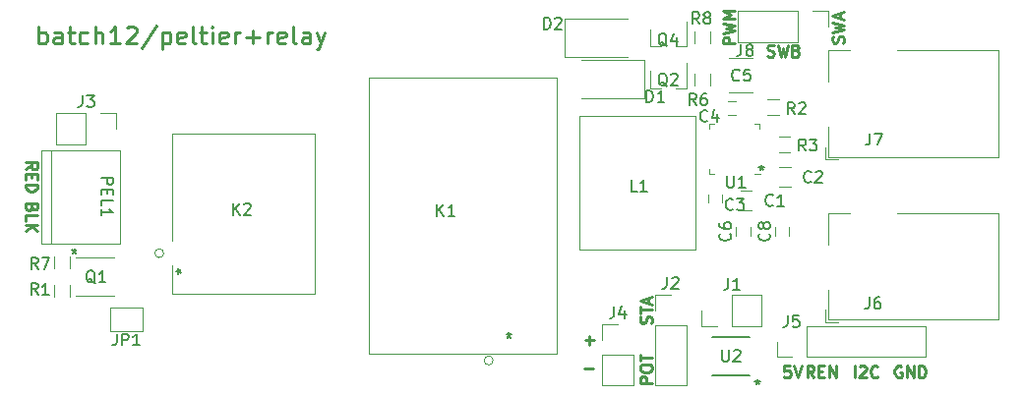
<source format=gto>
G04 #@! TF.GenerationSoftware,KiCad,Pcbnew,(5.1.6-0-10_14)*
G04 #@! TF.CreationDate,2021-10-29T19:35:58+09:00*
G04 #@! TF.ProjectId,peltier+relay,70656c74-6965-4722-9b72-656c61792e6b,rev?*
G04 #@! TF.SameCoordinates,Original*
G04 #@! TF.FileFunction,Legend,Top*
G04 #@! TF.FilePolarity,Positive*
%FSLAX46Y46*%
G04 Gerber Fmt 4.6, Leading zero omitted, Abs format (unit mm)*
G04 Created by KiCad (PCBNEW (5.1.6-0-10_14)) date 2021-10-29 19:35:58*
%MOMM*%
%LPD*%
G01*
G04 APERTURE LIST*
%ADD10C,0.250000*%
%ADD11C,0.120000*%
%ADD12C,0.152400*%
%ADD13C,0.150000*%
G04 APERTURE END LIST*
D10*
X101149999Y-84818571D02*
X101149999Y-83318571D01*
X101149999Y-83890000D02*
X101292857Y-83818571D01*
X101578571Y-83818571D01*
X101721428Y-83890000D01*
X101792857Y-83961428D01*
X101864285Y-84104285D01*
X101864285Y-84532857D01*
X101792857Y-84675714D01*
X101721428Y-84747142D01*
X101578571Y-84818571D01*
X101292857Y-84818571D01*
X101149999Y-84747142D01*
X103149999Y-84818571D02*
X103149999Y-84032857D01*
X103078571Y-83890000D01*
X102935714Y-83818571D01*
X102649999Y-83818571D01*
X102507142Y-83890000D01*
X103149999Y-84747142D02*
X103007142Y-84818571D01*
X102649999Y-84818571D01*
X102507142Y-84747142D01*
X102435714Y-84604285D01*
X102435714Y-84461428D01*
X102507142Y-84318571D01*
X102649999Y-84247142D01*
X103007142Y-84247142D01*
X103149999Y-84175714D01*
X103649999Y-83818571D02*
X104221428Y-83818571D01*
X103864285Y-83318571D02*
X103864285Y-84604285D01*
X103935714Y-84747142D01*
X104078571Y-84818571D01*
X104221428Y-84818571D01*
X105364285Y-84747142D02*
X105221428Y-84818571D01*
X104935714Y-84818571D01*
X104792857Y-84747142D01*
X104721428Y-84675714D01*
X104649999Y-84532857D01*
X104649999Y-84104285D01*
X104721428Y-83961428D01*
X104792857Y-83890000D01*
X104935714Y-83818571D01*
X105221428Y-83818571D01*
X105364285Y-83890000D01*
X106007142Y-84818571D02*
X106007142Y-83318571D01*
X106649999Y-84818571D02*
X106649999Y-84032857D01*
X106578571Y-83890000D01*
X106435714Y-83818571D01*
X106221428Y-83818571D01*
X106078571Y-83890000D01*
X106007142Y-83961428D01*
X108149999Y-84818571D02*
X107292857Y-84818571D01*
X107721428Y-84818571D02*
X107721428Y-83318571D01*
X107578571Y-83532857D01*
X107435714Y-83675714D01*
X107292857Y-83747142D01*
X108721428Y-83461428D02*
X108792857Y-83390000D01*
X108935714Y-83318571D01*
X109292857Y-83318571D01*
X109435714Y-83390000D01*
X109507142Y-83461428D01*
X109578571Y-83604285D01*
X109578571Y-83747142D01*
X109507142Y-83961428D01*
X108649999Y-84818571D01*
X109578571Y-84818571D01*
X111292857Y-83247142D02*
X110007142Y-85175714D01*
X111792857Y-83818571D02*
X111792857Y-85318571D01*
X111792857Y-83890000D02*
X111935714Y-83818571D01*
X112221428Y-83818571D01*
X112364285Y-83890000D01*
X112435714Y-83961428D01*
X112507142Y-84104285D01*
X112507142Y-84532857D01*
X112435714Y-84675714D01*
X112364285Y-84747142D01*
X112221428Y-84818571D01*
X111935714Y-84818571D01*
X111792857Y-84747142D01*
X113721428Y-84747142D02*
X113578571Y-84818571D01*
X113292857Y-84818571D01*
X113149999Y-84747142D01*
X113078571Y-84604285D01*
X113078571Y-84032857D01*
X113149999Y-83890000D01*
X113292857Y-83818571D01*
X113578571Y-83818571D01*
X113721428Y-83890000D01*
X113792857Y-84032857D01*
X113792857Y-84175714D01*
X113078571Y-84318571D01*
X114649999Y-84818571D02*
X114507142Y-84747142D01*
X114435714Y-84604285D01*
X114435714Y-83318571D01*
X115007142Y-83818571D02*
X115578571Y-83818571D01*
X115221428Y-83318571D02*
X115221428Y-84604285D01*
X115292857Y-84747142D01*
X115435714Y-84818571D01*
X115578571Y-84818571D01*
X116078571Y-84818571D02*
X116078571Y-83818571D01*
X116078571Y-83318571D02*
X116007142Y-83390000D01*
X116078571Y-83461428D01*
X116149999Y-83390000D01*
X116078571Y-83318571D01*
X116078571Y-83461428D01*
X117364285Y-84747142D02*
X117221428Y-84818571D01*
X116935714Y-84818571D01*
X116792857Y-84747142D01*
X116721428Y-84604285D01*
X116721428Y-84032857D01*
X116792857Y-83890000D01*
X116935714Y-83818571D01*
X117221428Y-83818571D01*
X117364285Y-83890000D01*
X117435714Y-84032857D01*
X117435714Y-84175714D01*
X116721428Y-84318571D01*
X118078571Y-84818571D02*
X118078571Y-83818571D01*
X118078571Y-84104285D02*
X118149999Y-83961428D01*
X118221428Y-83890000D01*
X118364285Y-83818571D01*
X118507142Y-83818571D01*
X119007142Y-84247142D02*
X120149999Y-84247142D01*
X119578571Y-84818571D02*
X119578571Y-83675714D01*
X120864285Y-84818571D02*
X120864285Y-83818571D01*
X120864285Y-84104285D02*
X120935714Y-83961428D01*
X121007142Y-83890000D01*
X121149999Y-83818571D01*
X121292857Y-83818571D01*
X122364285Y-84747142D02*
X122221428Y-84818571D01*
X121935714Y-84818571D01*
X121792857Y-84747142D01*
X121721428Y-84604285D01*
X121721428Y-84032857D01*
X121792857Y-83890000D01*
X121935714Y-83818571D01*
X122221428Y-83818571D01*
X122364285Y-83890000D01*
X122435714Y-84032857D01*
X122435714Y-84175714D01*
X121721428Y-84318571D01*
X123292857Y-84818571D02*
X123150000Y-84747142D01*
X123078571Y-84604285D01*
X123078571Y-83318571D01*
X124507142Y-84818571D02*
X124507142Y-84032857D01*
X124435714Y-83890000D01*
X124292857Y-83818571D01*
X124007142Y-83818571D01*
X123864285Y-83890000D01*
X124507142Y-84747142D02*
X124364285Y-84818571D01*
X124007142Y-84818571D01*
X123864285Y-84747142D01*
X123792857Y-84604285D01*
X123792857Y-84461428D01*
X123864285Y-84318571D01*
X124007142Y-84247142D01*
X124364285Y-84247142D01*
X124507142Y-84175714D01*
X125078571Y-83818571D02*
X125435714Y-84818571D01*
X125792857Y-83818571D02*
X125435714Y-84818571D01*
X125292857Y-85175714D01*
X125221428Y-85247142D01*
X125078571Y-85318571D01*
X148880952Y-112818571D02*
X148119047Y-112818571D01*
X148571428Y-110730952D02*
X148571428Y-109969047D01*
X148952380Y-110350000D02*
X148190476Y-110350000D01*
X100571428Y-98936666D02*
X100523809Y-99079523D01*
X100476190Y-99127142D01*
X100380952Y-99174761D01*
X100238095Y-99174761D01*
X100142857Y-99127142D01*
X100095238Y-99079523D01*
X100047619Y-98984285D01*
X100047619Y-98603333D01*
X101047619Y-98603333D01*
X101047619Y-98936666D01*
X101000000Y-99031904D01*
X100952380Y-99079523D01*
X100857142Y-99127142D01*
X100761904Y-99127142D01*
X100666666Y-99079523D01*
X100619047Y-99031904D01*
X100571428Y-98936666D01*
X100571428Y-98603333D01*
X100047619Y-100079523D02*
X100047619Y-99603333D01*
X101047619Y-99603333D01*
X100047619Y-100412857D02*
X101047619Y-100412857D01*
X100047619Y-100984285D02*
X100619047Y-100555714D01*
X101047619Y-100984285D02*
X100476190Y-100412857D01*
X100047619Y-95627142D02*
X100523809Y-95293809D01*
X100047619Y-95055714D02*
X101047619Y-95055714D01*
X101047619Y-95436666D01*
X101000000Y-95531904D01*
X100952380Y-95579523D01*
X100857142Y-95627142D01*
X100714285Y-95627142D01*
X100619047Y-95579523D01*
X100571428Y-95531904D01*
X100523809Y-95436666D01*
X100523809Y-95055714D01*
X100571428Y-96055714D02*
X100571428Y-96389047D01*
X100047619Y-96531904D02*
X100047619Y-96055714D01*
X101047619Y-96055714D01*
X101047619Y-96531904D01*
X100047619Y-96960476D02*
X101047619Y-96960476D01*
X101047619Y-97198571D01*
X101000000Y-97341428D01*
X100904761Y-97436666D01*
X100809523Y-97484285D01*
X100619047Y-97531904D01*
X100476190Y-97531904D01*
X100285714Y-97484285D01*
X100190476Y-97436666D01*
X100095238Y-97341428D01*
X100047619Y-97198571D01*
X100047619Y-96960476D01*
X170404761Y-84745714D02*
X170452380Y-84602857D01*
X170452380Y-84364761D01*
X170404761Y-84269523D01*
X170357142Y-84221904D01*
X170261904Y-84174285D01*
X170166666Y-84174285D01*
X170071428Y-84221904D01*
X170023809Y-84269523D01*
X169976190Y-84364761D01*
X169928571Y-84555238D01*
X169880952Y-84650476D01*
X169833333Y-84698095D01*
X169738095Y-84745714D01*
X169642857Y-84745714D01*
X169547619Y-84698095D01*
X169500000Y-84650476D01*
X169452380Y-84555238D01*
X169452380Y-84317142D01*
X169500000Y-84174285D01*
X169452380Y-83840952D02*
X170452380Y-83602857D01*
X169738095Y-83412380D01*
X170452380Y-83221904D01*
X169452380Y-82983809D01*
X170166666Y-82650476D02*
X170166666Y-82174285D01*
X170452380Y-82745714D02*
X169452380Y-82412380D01*
X170452380Y-82079047D01*
X163872867Y-85884761D02*
X164015724Y-85932380D01*
X164253819Y-85932380D01*
X164349057Y-85884761D01*
X164396676Y-85837142D01*
X164444295Y-85741904D01*
X164444295Y-85646666D01*
X164396676Y-85551428D01*
X164349057Y-85503809D01*
X164253819Y-85456190D01*
X164063343Y-85408571D01*
X163968105Y-85360952D01*
X163920486Y-85313333D01*
X163872867Y-85218095D01*
X163872867Y-85122857D01*
X163920486Y-85027619D01*
X163968105Y-84980000D01*
X164063343Y-84932380D01*
X164301438Y-84932380D01*
X164444295Y-84980000D01*
X164777629Y-84932380D02*
X165015724Y-85932380D01*
X165206200Y-85218095D01*
X165396676Y-85932380D01*
X165634771Y-84932380D01*
X166349057Y-85408571D02*
X166491914Y-85456190D01*
X166539533Y-85503809D01*
X166587152Y-85599047D01*
X166587152Y-85741904D01*
X166539533Y-85837142D01*
X166491914Y-85884761D01*
X166396676Y-85932380D01*
X166015724Y-85932380D01*
X166015724Y-84932380D01*
X166349057Y-84932380D01*
X166444295Y-84980000D01*
X166491914Y-85027619D01*
X166539533Y-85122857D01*
X166539533Y-85218095D01*
X166491914Y-85313333D01*
X166444295Y-85360952D01*
X166349057Y-85408571D01*
X166015724Y-85408571D01*
X161052380Y-84814761D02*
X160052380Y-84814761D01*
X160052380Y-84433809D01*
X160100000Y-84338571D01*
X160147619Y-84290952D01*
X160242857Y-84243333D01*
X160385714Y-84243333D01*
X160480952Y-84290952D01*
X160528571Y-84338571D01*
X160576190Y-84433809D01*
X160576190Y-84814761D01*
X160052380Y-83910000D02*
X161052380Y-83671904D01*
X160338095Y-83481428D01*
X161052380Y-83290952D01*
X160052380Y-83052857D01*
X161052380Y-82671904D02*
X160052380Y-82671904D01*
X160766666Y-82338571D01*
X160052380Y-82005238D01*
X161052380Y-82005238D01*
X153884761Y-108905238D02*
X153932380Y-108762380D01*
X153932380Y-108524285D01*
X153884761Y-108429047D01*
X153837142Y-108381428D01*
X153741904Y-108333809D01*
X153646666Y-108333809D01*
X153551428Y-108381428D01*
X153503809Y-108429047D01*
X153456190Y-108524285D01*
X153408571Y-108714761D01*
X153360952Y-108810000D01*
X153313333Y-108857619D01*
X153218095Y-108905238D01*
X153122857Y-108905238D01*
X153027619Y-108857619D01*
X152980000Y-108810000D01*
X152932380Y-108714761D01*
X152932380Y-108476666D01*
X152980000Y-108333809D01*
X152932380Y-108048095D02*
X152932380Y-107476666D01*
X153932380Y-107762380D02*
X152932380Y-107762380D01*
X153646666Y-107190952D02*
X153646666Y-106714761D01*
X153932380Y-107286190D02*
X152932380Y-106952857D01*
X153932380Y-106619523D01*
X153932380Y-114056666D02*
X152932380Y-114056666D01*
X152932380Y-113675714D01*
X152980000Y-113580476D01*
X153027619Y-113532857D01*
X153122857Y-113485238D01*
X153265714Y-113485238D01*
X153360952Y-113532857D01*
X153408571Y-113580476D01*
X153456190Y-113675714D01*
X153456190Y-114056666D01*
X152932380Y-112866190D02*
X152932380Y-112675714D01*
X152980000Y-112580476D01*
X153075238Y-112485238D01*
X153265714Y-112437619D01*
X153599047Y-112437619D01*
X153789523Y-112485238D01*
X153884761Y-112580476D01*
X153932380Y-112675714D01*
X153932380Y-112866190D01*
X153884761Y-112961428D01*
X153789523Y-113056666D01*
X153599047Y-113104285D01*
X153265714Y-113104285D01*
X153075238Y-113056666D01*
X152980000Y-112961428D01*
X152932380Y-112866190D01*
X152932380Y-112151904D02*
X152932380Y-111580476D01*
X153932380Y-111866190D02*
X152932380Y-111866190D01*
X165809523Y-112572380D02*
X165333333Y-112572380D01*
X165285714Y-113048571D01*
X165333333Y-113000952D01*
X165428571Y-112953333D01*
X165666666Y-112953333D01*
X165761904Y-113000952D01*
X165809523Y-113048571D01*
X165857142Y-113143809D01*
X165857142Y-113381904D01*
X165809523Y-113477142D01*
X165761904Y-113524761D01*
X165666666Y-113572380D01*
X165428571Y-113572380D01*
X165333333Y-113524761D01*
X165285714Y-113477142D01*
X166142857Y-112572380D02*
X166476190Y-113572380D01*
X166809523Y-112572380D01*
X167873333Y-113572380D02*
X167540000Y-113096190D01*
X167301904Y-113572380D02*
X167301904Y-112572380D01*
X167682857Y-112572380D01*
X167778095Y-112620000D01*
X167825714Y-112667619D01*
X167873333Y-112762857D01*
X167873333Y-112905714D01*
X167825714Y-113000952D01*
X167778095Y-113048571D01*
X167682857Y-113096190D01*
X167301904Y-113096190D01*
X168301904Y-113048571D02*
X168635238Y-113048571D01*
X168778095Y-113572380D02*
X168301904Y-113572380D01*
X168301904Y-112572380D01*
X168778095Y-112572380D01*
X169206666Y-113572380D02*
X169206666Y-112572380D01*
X169778095Y-113572380D01*
X169778095Y-112572380D01*
X171373809Y-113572380D02*
X171373809Y-112572380D01*
X171802380Y-112667619D02*
X171850000Y-112620000D01*
X171945238Y-112572380D01*
X172183333Y-112572380D01*
X172278571Y-112620000D01*
X172326190Y-112667619D01*
X172373809Y-112762857D01*
X172373809Y-112858095D01*
X172326190Y-113000952D01*
X171754761Y-113572380D01*
X172373809Y-113572380D01*
X173373809Y-113477142D02*
X173326190Y-113524761D01*
X173183333Y-113572380D01*
X173088095Y-113572380D01*
X172945238Y-113524761D01*
X172850000Y-113429523D01*
X172802380Y-113334285D01*
X172754761Y-113143809D01*
X172754761Y-113000952D01*
X172802380Y-112810476D01*
X172850000Y-112715238D01*
X172945238Y-112620000D01*
X173088095Y-112572380D01*
X173183333Y-112572380D01*
X173326190Y-112620000D01*
X173373809Y-112667619D01*
X175398095Y-112620000D02*
X175302857Y-112572380D01*
X175160000Y-112572380D01*
X175017142Y-112620000D01*
X174921904Y-112715238D01*
X174874285Y-112810476D01*
X174826666Y-113000952D01*
X174826666Y-113143809D01*
X174874285Y-113334285D01*
X174921904Y-113429523D01*
X175017142Y-113524761D01*
X175160000Y-113572380D01*
X175255238Y-113572380D01*
X175398095Y-113524761D01*
X175445714Y-113477142D01*
X175445714Y-113143809D01*
X175255238Y-113143809D01*
X175874285Y-113572380D02*
X175874285Y-112572380D01*
X176445714Y-113572380D01*
X176445714Y-112572380D01*
X176921904Y-113572380D02*
X176921904Y-112572380D01*
X177160000Y-112572380D01*
X177302857Y-112620000D01*
X177398095Y-112715238D01*
X177445714Y-112810476D01*
X177493333Y-113000952D01*
X177493333Y-113143809D01*
X177445714Y-113334285D01*
X177398095Y-113429523D01*
X177302857Y-113524761D01*
X177160000Y-113572380D01*
X176921904Y-113572380D01*
D11*
X164670000Y-111830000D02*
X164670000Y-110500000D01*
X166000000Y-111830000D02*
X164670000Y-111830000D01*
X167270000Y-111830000D02*
X167270000Y-109170000D01*
X167270000Y-109170000D02*
X177490000Y-109170000D01*
X167270000Y-111830000D02*
X177490000Y-111830000D01*
X177490000Y-111830000D02*
X177490000Y-109170000D01*
X153260000Y-89540000D02*
X153260000Y-86240000D01*
X153260000Y-86240000D02*
X147860000Y-86240000D01*
X153260000Y-89540000D02*
X147860000Y-89540000D01*
X146460000Y-82640000D02*
X151860000Y-82640000D01*
X146460000Y-85940000D02*
X151860000Y-85940000D01*
X146460000Y-82640000D02*
X146460000Y-85940000D01*
X102250000Y-102020000D02*
X102250000Y-94020000D01*
X101350000Y-94020000D02*
X108150000Y-94020000D01*
X101350000Y-102020000D02*
X101350000Y-94020000D01*
X108150000Y-102020000D02*
X101350000Y-102020000D01*
X108150000Y-94020000D02*
X108150000Y-102020000D01*
X158180000Y-109140000D02*
X158180000Y-107810000D01*
X159510000Y-109140000D02*
X158180000Y-109140000D01*
X160780000Y-109140000D02*
X160780000Y-106480000D01*
X160780000Y-106480000D02*
X163380000Y-106480000D01*
X160780000Y-109140000D02*
X163380000Y-109140000D01*
X163380000Y-109140000D02*
X163380000Y-106480000D01*
X154230000Y-106480000D02*
X155560000Y-106480000D01*
X154230000Y-107810000D02*
X154230000Y-106480000D01*
X154230000Y-109080000D02*
X156890000Y-109080000D01*
X156890000Y-109080000D02*
X156890000Y-114220000D01*
X154230000Y-109080000D02*
X154230000Y-114220000D01*
X154230000Y-114220000D02*
X156890000Y-114220000D01*
X168900000Y-107750000D02*
X168900000Y-108800000D01*
X169950000Y-108800000D02*
X168900000Y-108800000D01*
X175000000Y-99400000D02*
X183800000Y-99400000D01*
X183800000Y-99400000D02*
X183800000Y-108600000D01*
X169100000Y-102100000D02*
X169100000Y-99400000D01*
X169100000Y-99400000D02*
X171000000Y-99400000D01*
X183800000Y-108600000D02*
X169100000Y-108600000D01*
X169100000Y-108600000D02*
X169100000Y-106000000D01*
X169100000Y-94600000D02*
X169100000Y-92000000D01*
X183800000Y-94600000D02*
X169100000Y-94600000D01*
X169100000Y-85400000D02*
X171000000Y-85400000D01*
X169100000Y-88100000D02*
X169100000Y-85400000D01*
X183800000Y-85400000D02*
X183800000Y-94600000D01*
X175000000Y-85400000D02*
X183800000Y-85400000D01*
X169950000Y-94800000D02*
X168900000Y-94800000D01*
X168900000Y-93750000D02*
X168900000Y-94800000D01*
X145780000Y-87710000D02*
X129580000Y-87710000D01*
X129580000Y-111510000D02*
X129580000Y-87710000D01*
X145780000Y-111510000D02*
X145780000Y-87710000D01*
X129580000Y-111510000D02*
X145780000Y-111510000D01*
X140260499Y-112110000D02*
G75*
G03*
X140260499Y-112110000I-381000J0D01*
G01*
X124947399Y-106391499D02*
X124947399Y-92548499D01*
X124947399Y-92548499D02*
X112603000Y-92548499D01*
X112603000Y-92548499D02*
X112603000Y-101820679D01*
X112603000Y-106391499D02*
X124947399Y-106391499D01*
X112603000Y-103919320D02*
X112603000Y-106391499D01*
X111911000Y-102869499D02*
G75*
G03*
X111911000Y-102869499I-381000J0D01*
G01*
X157670000Y-91070000D02*
X157670000Y-102570000D01*
X157670000Y-102570000D02*
X147670000Y-102570000D01*
X147670000Y-102570000D02*
X147670000Y-91070000D01*
X147670000Y-91070000D02*
X157670000Y-91070000D01*
X104370000Y-106570000D02*
X107670000Y-106570000D01*
X107670000Y-103270000D02*
X104370000Y-103270000D01*
X153790000Y-88650000D02*
X154720000Y-88650000D01*
X156950000Y-88650000D02*
X156020000Y-88650000D01*
X156950000Y-88650000D02*
X156950000Y-86490000D01*
X153790000Y-88650000D02*
X153790000Y-87190000D01*
X153790000Y-85050000D02*
X153790000Y-83590000D01*
X156950000Y-85050000D02*
X156950000Y-82890000D01*
X156950000Y-85050000D02*
X156020000Y-85050000D01*
X153790000Y-85050000D02*
X154720000Y-85050000D01*
X162790000Y-96010000D02*
X163265000Y-96010000D01*
X163190000Y-91710000D02*
X163190000Y-92110000D01*
X162790000Y-91710000D02*
X163190000Y-91710000D01*
X158890000Y-91710000D02*
X158890000Y-92110000D01*
X159290000Y-91710000D02*
X158890000Y-91710000D01*
X158890000Y-96010000D02*
X158890000Y-95610000D01*
X159290000Y-96010000D02*
X158890000Y-96010000D01*
D12*
X159113000Y-113367000D02*
X162367000Y-113367000D01*
X162367000Y-110113000D02*
X159113000Y-110113000D01*
D11*
X149670000Y-109020000D02*
X151000000Y-109020000D01*
X149670000Y-110350000D02*
X149670000Y-109020000D01*
X149670000Y-111620000D02*
X152330000Y-111620000D01*
X152330000Y-111620000D02*
X152330000Y-114220000D01*
X149670000Y-111620000D02*
X149670000Y-114220000D01*
X149670000Y-114220000D02*
X152330000Y-114220000D01*
X169100010Y-82000008D02*
X169100010Y-83330008D01*
X167770010Y-82000008D02*
X169100010Y-82000008D01*
X166500010Y-82000008D02*
X166500010Y-84660008D01*
X166500010Y-84660008D02*
X161360010Y-84660008D01*
X166500010Y-82000008D02*
X161360010Y-82000008D01*
X161360010Y-82000008D02*
X161360010Y-84660008D01*
X161550000Y-99150000D02*
X162550000Y-99150000D01*
X162550000Y-97450000D02*
X161550000Y-97450000D01*
X165900000Y-95450000D02*
X164900000Y-95450000D01*
X164900000Y-97150000D02*
X165900000Y-97150000D01*
X158790000Y-98510000D02*
X158790000Y-97810000D01*
X159990000Y-97810000D02*
X159990000Y-98510000D01*
X160490000Y-89760000D02*
X161190000Y-89760000D01*
X161190000Y-90960000D02*
X160490000Y-90960000D01*
X162590000Y-86030000D02*
X160590000Y-86030000D01*
X160590000Y-88990000D02*
X162590000Y-88990000D01*
X103810000Y-105640000D02*
X103810000Y-106640000D01*
X102450000Y-106640000D02*
X102450000Y-105640000D01*
X163840000Y-89630000D02*
X164840000Y-89630000D01*
X164840000Y-90990000D02*
X163840000Y-90990000D01*
X165840000Y-94190000D02*
X164840000Y-94190000D01*
X164840000Y-92830000D02*
X165840000Y-92830000D01*
X158920000Y-87390000D02*
X158920000Y-88390000D01*
X157560000Y-88390000D02*
X157560000Y-87390000D01*
X103810000Y-103190000D02*
X103810000Y-104190000D01*
X102450000Y-104190000D02*
X102450000Y-103190000D01*
X158920000Y-83790000D02*
X158920000Y-84790000D01*
X157560000Y-84790000D02*
X157560000Y-83790000D01*
X107810000Y-90830000D02*
X107810000Y-92160000D01*
X106480000Y-90830000D02*
X107810000Y-90830000D01*
X105210000Y-90830000D02*
X105210000Y-93490000D01*
X105210000Y-93490000D02*
X102610000Y-93490000D01*
X105210000Y-90830000D02*
X102610000Y-90830000D01*
X102610000Y-90830000D02*
X102610000Y-93490000D01*
X161190000Y-101350000D02*
X161190000Y-100650000D01*
X162390000Y-100650000D02*
X162390000Y-101350000D01*
X165765001Y-100650000D02*
X165765001Y-101350000D01*
X164565001Y-101350000D02*
X164565001Y-100650000D01*
X110090000Y-109550000D02*
X107290000Y-109550000D01*
X107290000Y-109550000D02*
X107290000Y-107550000D01*
X107290000Y-107550000D02*
X110090000Y-107550000D01*
X110090000Y-107550000D02*
X110090000Y-109550000D01*
D13*
X165616666Y-108232380D02*
X165616666Y-108946666D01*
X165569047Y-109089523D01*
X165473809Y-109184761D01*
X165330952Y-109232380D01*
X165235714Y-109232380D01*
X166569047Y-108232380D02*
X166092857Y-108232380D01*
X166045238Y-108708571D01*
X166092857Y-108660952D01*
X166188095Y-108613333D01*
X166426190Y-108613333D01*
X166521428Y-108660952D01*
X166569047Y-108708571D01*
X166616666Y-108803809D01*
X166616666Y-109041904D01*
X166569047Y-109137142D01*
X166521428Y-109184761D01*
X166426190Y-109232380D01*
X166188095Y-109232380D01*
X166092857Y-109184761D01*
X166045238Y-109137142D01*
X153471904Y-89852380D02*
X153471904Y-88852380D01*
X153710000Y-88852380D01*
X153852857Y-88900000D01*
X153948095Y-88995238D01*
X153995714Y-89090476D01*
X154043333Y-89280952D01*
X154043333Y-89423809D01*
X153995714Y-89614285D01*
X153948095Y-89709523D01*
X153852857Y-89804761D01*
X153710000Y-89852380D01*
X153471904Y-89852380D01*
X154995714Y-89852380D02*
X154424285Y-89852380D01*
X154710000Y-89852380D02*
X154710000Y-88852380D01*
X154614761Y-88995238D01*
X154519523Y-89090476D01*
X154424285Y-89138095D01*
X144641904Y-83552380D02*
X144641904Y-82552380D01*
X144880000Y-82552380D01*
X145022857Y-82600000D01*
X145118095Y-82695238D01*
X145165714Y-82790476D01*
X145213333Y-82980952D01*
X145213333Y-83123809D01*
X145165714Y-83314285D01*
X145118095Y-83409523D01*
X145022857Y-83504761D01*
X144880000Y-83552380D01*
X144641904Y-83552380D01*
X145594285Y-82647619D02*
X145641904Y-82600000D01*
X145737142Y-82552380D01*
X145975238Y-82552380D01*
X146070476Y-82600000D01*
X146118095Y-82647619D01*
X146165714Y-82742857D01*
X146165714Y-82838095D01*
X146118095Y-82980952D01*
X145546666Y-83552380D01*
X146165714Y-83552380D01*
X106547619Y-96384761D02*
X107547619Y-96384761D01*
X107547619Y-96765714D01*
X107500000Y-96860952D01*
X107452380Y-96908571D01*
X107357142Y-96956190D01*
X107214285Y-96956190D01*
X107119047Y-96908571D01*
X107071428Y-96860952D01*
X107023809Y-96765714D01*
X107023809Y-96384761D01*
X107071428Y-97384761D02*
X107071428Y-97718095D01*
X106547619Y-97860952D02*
X106547619Y-97384761D01*
X107547619Y-97384761D01*
X107547619Y-97860952D01*
X106547619Y-98765714D02*
X106547619Y-98289523D01*
X107547619Y-98289523D01*
X106547619Y-99622857D02*
X106547619Y-99051428D01*
X106547619Y-99337142D02*
X107547619Y-99337142D01*
X107404761Y-99241904D01*
X107309523Y-99146666D01*
X107261904Y-99051428D01*
X160506666Y-105002380D02*
X160506666Y-105716666D01*
X160459047Y-105859523D01*
X160363809Y-105954761D01*
X160220952Y-106002380D01*
X160125714Y-106002380D01*
X161506666Y-106002380D02*
X160935238Y-106002380D01*
X161220952Y-106002380D02*
X161220952Y-105002380D01*
X161125714Y-105145238D01*
X161030476Y-105240476D01*
X160935238Y-105288095D01*
X155226666Y-104932380D02*
X155226666Y-105646666D01*
X155179047Y-105789523D01*
X155083809Y-105884761D01*
X154940952Y-105932380D01*
X154845714Y-105932380D01*
X155655238Y-105027619D02*
X155702857Y-104980000D01*
X155798095Y-104932380D01*
X156036190Y-104932380D01*
X156131428Y-104980000D01*
X156179047Y-105027619D01*
X156226666Y-105122857D01*
X156226666Y-105218095D01*
X156179047Y-105360952D01*
X155607619Y-105932380D01*
X156226666Y-105932380D01*
X172626666Y-106662380D02*
X172626666Y-107376666D01*
X172579047Y-107519523D01*
X172483809Y-107614761D01*
X172340952Y-107662380D01*
X172245714Y-107662380D01*
X173531428Y-106662380D02*
X173340952Y-106662380D01*
X173245714Y-106710000D01*
X173198095Y-106757619D01*
X173102857Y-106900476D01*
X173055238Y-107090952D01*
X173055238Y-107471904D01*
X173102857Y-107567142D01*
X173150476Y-107614761D01*
X173245714Y-107662380D01*
X173436190Y-107662380D01*
X173531428Y-107614761D01*
X173579047Y-107567142D01*
X173626666Y-107471904D01*
X173626666Y-107233809D01*
X173579047Y-107138571D01*
X173531428Y-107090952D01*
X173436190Y-107043333D01*
X173245714Y-107043333D01*
X173150476Y-107090952D01*
X173102857Y-107138571D01*
X173055238Y-107233809D01*
X172696666Y-92532380D02*
X172696666Y-93246666D01*
X172649047Y-93389523D01*
X172553809Y-93484761D01*
X172410952Y-93532380D01*
X172315714Y-93532380D01*
X173077619Y-92532380D02*
X173744285Y-92532380D01*
X173315714Y-93532380D01*
X135441904Y-99662380D02*
X135441904Y-98662380D01*
X136013333Y-99662380D02*
X135584761Y-99090952D01*
X136013333Y-98662380D02*
X135441904Y-99233809D01*
X136965714Y-99662380D02*
X136394285Y-99662380D01*
X136680000Y-99662380D02*
X136680000Y-98662380D01*
X136584761Y-98805238D01*
X136489523Y-98900476D01*
X136394285Y-98948095D01*
X141630000Y-109712380D02*
X141630000Y-109950476D01*
X141391904Y-109855238D02*
X141630000Y-109950476D01*
X141868095Y-109855238D01*
X141487142Y-110140952D02*
X141630000Y-109950476D01*
X141772857Y-110140952D01*
X117891904Y-99572380D02*
X117891904Y-98572380D01*
X118463333Y-99572380D02*
X118034761Y-99000952D01*
X118463333Y-98572380D02*
X117891904Y-99143809D01*
X118844285Y-98667619D02*
X118891904Y-98620000D01*
X118987142Y-98572380D01*
X119225238Y-98572380D01*
X119320476Y-98620000D01*
X119368095Y-98667619D01*
X119415714Y-98762857D01*
X119415714Y-98858095D01*
X119368095Y-99000952D01*
X118796666Y-99572380D01*
X119415714Y-99572380D01*
X112982380Y-104420000D02*
X113220476Y-104420000D01*
X113125238Y-104658095D02*
X113220476Y-104420000D01*
X113125238Y-104181904D01*
X113410952Y-104562857D02*
X113220476Y-104420000D01*
X113410952Y-104277142D01*
X152653333Y-97542380D02*
X152177142Y-97542380D01*
X152177142Y-96542380D01*
X153510476Y-97542380D02*
X152939047Y-97542380D01*
X153224761Y-97542380D02*
X153224761Y-96542380D01*
X153129523Y-96685238D01*
X153034285Y-96780476D01*
X152939047Y-96828095D01*
X106004761Y-105467619D02*
X105909523Y-105420000D01*
X105814285Y-105324761D01*
X105671428Y-105181904D01*
X105576190Y-105134285D01*
X105480952Y-105134285D01*
X105528571Y-105372380D02*
X105433333Y-105324761D01*
X105338095Y-105229523D01*
X105290476Y-105039047D01*
X105290476Y-104705714D01*
X105338095Y-104515238D01*
X105433333Y-104420000D01*
X105528571Y-104372380D01*
X105719047Y-104372380D01*
X105814285Y-104420000D01*
X105909523Y-104515238D01*
X105957142Y-104705714D01*
X105957142Y-105039047D01*
X105909523Y-105229523D01*
X105814285Y-105324761D01*
X105719047Y-105372380D01*
X105528571Y-105372380D01*
X106909523Y-105372380D02*
X106338095Y-105372380D01*
X106623809Y-105372380D02*
X106623809Y-104372380D01*
X106528571Y-104515238D01*
X106433333Y-104610476D01*
X106338095Y-104658095D01*
X104230000Y-102452380D02*
X104230000Y-102690476D01*
X103991904Y-102595238D02*
X104230000Y-102690476D01*
X104468095Y-102595238D01*
X104087142Y-102880952D02*
X104230000Y-102690476D01*
X104372857Y-102880952D01*
X155244761Y-88487619D02*
X155149523Y-88440000D01*
X155054285Y-88344761D01*
X154911428Y-88201904D01*
X154816190Y-88154285D01*
X154720952Y-88154285D01*
X154768571Y-88392380D02*
X154673333Y-88344761D01*
X154578095Y-88249523D01*
X154530476Y-88059047D01*
X154530476Y-87725714D01*
X154578095Y-87535238D01*
X154673333Y-87440000D01*
X154768571Y-87392380D01*
X154959047Y-87392380D01*
X155054285Y-87440000D01*
X155149523Y-87535238D01*
X155197142Y-87725714D01*
X155197142Y-88059047D01*
X155149523Y-88249523D01*
X155054285Y-88344761D01*
X154959047Y-88392380D01*
X154768571Y-88392380D01*
X155578095Y-87487619D02*
X155625714Y-87440000D01*
X155720952Y-87392380D01*
X155959047Y-87392380D01*
X156054285Y-87440000D01*
X156101904Y-87487619D01*
X156149523Y-87582857D01*
X156149523Y-87678095D01*
X156101904Y-87820952D01*
X155530476Y-88392380D01*
X156149523Y-88392380D01*
X155224761Y-85037619D02*
X155129523Y-84990000D01*
X155034285Y-84894761D01*
X154891428Y-84751904D01*
X154796190Y-84704285D01*
X154700952Y-84704285D01*
X154748571Y-84942380D02*
X154653333Y-84894761D01*
X154558095Y-84799523D01*
X154510476Y-84609047D01*
X154510476Y-84275714D01*
X154558095Y-84085238D01*
X154653333Y-83990000D01*
X154748571Y-83942380D01*
X154939047Y-83942380D01*
X155034285Y-83990000D01*
X155129523Y-84085238D01*
X155177142Y-84275714D01*
X155177142Y-84609047D01*
X155129523Y-84799523D01*
X155034285Y-84894761D01*
X154939047Y-84942380D01*
X154748571Y-84942380D01*
X156034285Y-84275714D02*
X156034285Y-84942380D01*
X155796190Y-83894761D02*
X155558095Y-84609047D01*
X156177142Y-84609047D01*
X160398095Y-96212380D02*
X160398095Y-97021904D01*
X160445714Y-97117142D01*
X160493333Y-97164761D01*
X160588571Y-97212380D01*
X160779047Y-97212380D01*
X160874285Y-97164761D01*
X160921904Y-97117142D01*
X160969523Y-97021904D01*
X160969523Y-96212380D01*
X161969523Y-97212380D02*
X161398095Y-97212380D01*
X161683809Y-97212380D02*
X161683809Y-96212380D01*
X161588571Y-96355238D01*
X161493333Y-96450476D01*
X161398095Y-96498095D01*
X163380000Y-95292380D02*
X163380000Y-95530476D01*
X163141904Y-95435238D02*
X163380000Y-95530476D01*
X163618095Y-95435238D01*
X163237142Y-95720952D02*
X163380000Y-95530476D01*
X163522857Y-95720952D01*
X159978095Y-111192380D02*
X159978095Y-112001904D01*
X160025714Y-112097142D01*
X160073333Y-112144761D01*
X160168571Y-112192380D01*
X160359047Y-112192380D01*
X160454285Y-112144761D01*
X160501904Y-112097142D01*
X160549523Y-112001904D01*
X160549523Y-111192380D01*
X160978095Y-111287619D02*
X161025714Y-111240000D01*
X161120952Y-111192380D01*
X161359047Y-111192380D01*
X161454285Y-111240000D01*
X161501904Y-111287619D01*
X161549523Y-111382857D01*
X161549523Y-111478095D01*
X161501904Y-111620952D01*
X160930476Y-112192380D01*
X161549523Y-112192380D01*
X163037600Y-113767580D02*
X163037600Y-114005676D01*
X162799504Y-113910438D02*
X163037600Y-114005676D01*
X163275695Y-113910438D01*
X162894742Y-114196152D02*
X163037600Y-114005676D01*
X163180457Y-114196152D01*
X163037600Y-113767580D02*
X163037600Y-114005676D01*
X162799504Y-113910438D02*
X163037600Y-114005676D01*
X163275695Y-113910438D01*
X162894742Y-114196152D02*
X163037600Y-114005676D01*
X163180457Y-114196152D01*
X150666666Y-107472380D02*
X150666666Y-108186666D01*
X150619047Y-108329523D01*
X150523809Y-108424761D01*
X150380952Y-108472380D01*
X150285714Y-108472380D01*
X151571428Y-107805714D02*
X151571428Y-108472380D01*
X151333333Y-107424761D02*
X151095238Y-108139047D01*
X151714285Y-108139047D01*
X161616666Y-84872380D02*
X161616666Y-85586666D01*
X161569047Y-85729523D01*
X161473809Y-85824761D01*
X161330952Y-85872380D01*
X161235714Y-85872380D01*
X162235714Y-85300952D02*
X162140476Y-85253333D01*
X162092857Y-85205714D01*
X162045238Y-85110476D01*
X162045238Y-85062857D01*
X162092857Y-84967619D01*
X162140476Y-84920000D01*
X162235714Y-84872380D01*
X162426190Y-84872380D01*
X162521428Y-84920000D01*
X162569047Y-84967619D01*
X162616666Y-85062857D01*
X162616666Y-85110476D01*
X162569047Y-85205714D01*
X162521428Y-85253333D01*
X162426190Y-85300952D01*
X162235714Y-85300952D01*
X162140476Y-85348571D01*
X162092857Y-85396190D01*
X162045238Y-85491428D01*
X162045238Y-85681904D01*
X162092857Y-85777142D01*
X162140476Y-85824761D01*
X162235714Y-85872380D01*
X162426190Y-85872380D01*
X162521428Y-85824761D01*
X162569047Y-85777142D01*
X162616666Y-85681904D01*
X162616666Y-85491428D01*
X162569047Y-85396190D01*
X162521428Y-85348571D01*
X162426190Y-85300952D01*
X164343333Y-98717142D02*
X164295714Y-98764761D01*
X164152857Y-98812380D01*
X164057619Y-98812380D01*
X163914761Y-98764761D01*
X163819523Y-98669523D01*
X163771904Y-98574285D01*
X163724285Y-98383809D01*
X163724285Y-98240952D01*
X163771904Y-98050476D01*
X163819523Y-97955238D01*
X163914761Y-97860000D01*
X164057619Y-97812380D01*
X164152857Y-97812380D01*
X164295714Y-97860000D01*
X164343333Y-97907619D01*
X165295714Y-98812380D02*
X164724285Y-98812380D01*
X165010000Y-98812380D02*
X165010000Y-97812380D01*
X164914761Y-97955238D01*
X164819523Y-98050476D01*
X164724285Y-98098095D01*
X167633333Y-96697142D02*
X167585714Y-96744761D01*
X167442857Y-96792380D01*
X167347619Y-96792380D01*
X167204761Y-96744761D01*
X167109523Y-96649523D01*
X167061904Y-96554285D01*
X167014285Y-96363809D01*
X167014285Y-96220952D01*
X167061904Y-96030476D01*
X167109523Y-95935238D01*
X167204761Y-95840000D01*
X167347619Y-95792380D01*
X167442857Y-95792380D01*
X167585714Y-95840000D01*
X167633333Y-95887619D01*
X168014285Y-95887619D02*
X168061904Y-95840000D01*
X168157142Y-95792380D01*
X168395238Y-95792380D01*
X168490476Y-95840000D01*
X168538095Y-95887619D01*
X168585714Y-95982857D01*
X168585714Y-96078095D01*
X168538095Y-96220952D01*
X167966666Y-96792380D01*
X168585714Y-96792380D01*
X160893333Y-99057142D02*
X160845714Y-99104761D01*
X160702857Y-99152380D01*
X160607619Y-99152380D01*
X160464761Y-99104761D01*
X160369523Y-99009523D01*
X160321904Y-98914285D01*
X160274285Y-98723809D01*
X160274285Y-98580952D01*
X160321904Y-98390476D01*
X160369523Y-98295238D01*
X160464761Y-98200000D01*
X160607619Y-98152380D01*
X160702857Y-98152380D01*
X160845714Y-98200000D01*
X160893333Y-98247619D01*
X161226666Y-98152380D02*
X161845714Y-98152380D01*
X161512380Y-98533333D01*
X161655238Y-98533333D01*
X161750476Y-98580952D01*
X161798095Y-98628571D01*
X161845714Y-98723809D01*
X161845714Y-98961904D01*
X161798095Y-99057142D01*
X161750476Y-99104761D01*
X161655238Y-99152380D01*
X161369523Y-99152380D01*
X161274285Y-99104761D01*
X161226666Y-99057142D01*
X158713333Y-91437142D02*
X158665714Y-91484761D01*
X158522857Y-91532380D01*
X158427619Y-91532380D01*
X158284761Y-91484761D01*
X158189523Y-91389523D01*
X158141904Y-91294285D01*
X158094285Y-91103809D01*
X158094285Y-90960952D01*
X158141904Y-90770476D01*
X158189523Y-90675238D01*
X158284761Y-90580000D01*
X158427619Y-90532380D01*
X158522857Y-90532380D01*
X158665714Y-90580000D01*
X158713333Y-90627619D01*
X159570476Y-90865714D02*
X159570476Y-91532380D01*
X159332380Y-90484761D02*
X159094285Y-91199047D01*
X159713333Y-91199047D01*
X161453333Y-87937142D02*
X161405714Y-87984761D01*
X161262857Y-88032380D01*
X161167619Y-88032380D01*
X161024761Y-87984761D01*
X160929523Y-87889523D01*
X160881904Y-87794285D01*
X160834285Y-87603809D01*
X160834285Y-87460952D01*
X160881904Y-87270476D01*
X160929523Y-87175238D01*
X161024761Y-87080000D01*
X161167619Y-87032380D01*
X161262857Y-87032380D01*
X161405714Y-87080000D01*
X161453333Y-87127619D01*
X162358095Y-87032380D02*
X161881904Y-87032380D01*
X161834285Y-87508571D01*
X161881904Y-87460952D01*
X161977142Y-87413333D01*
X162215238Y-87413333D01*
X162310476Y-87460952D01*
X162358095Y-87508571D01*
X162405714Y-87603809D01*
X162405714Y-87841904D01*
X162358095Y-87937142D01*
X162310476Y-87984761D01*
X162215238Y-88032380D01*
X161977142Y-88032380D01*
X161881904Y-87984761D01*
X161834285Y-87937142D01*
X101093333Y-106452380D02*
X100760000Y-105976190D01*
X100521904Y-106452380D02*
X100521904Y-105452380D01*
X100902857Y-105452380D01*
X100998095Y-105500000D01*
X101045714Y-105547619D01*
X101093333Y-105642857D01*
X101093333Y-105785714D01*
X101045714Y-105880952D01*
X100998095Y-105928571D01*
X100902857Y-105976190D01*
X100521904Y-105976190D01*
X102045714Y-106452380D02*
X101474285Y-106452380D01*
X101760000Y-106452380D02*
X101760000Y-105452380D01*
X101664761Y-105595238D01*
X101569523Y-105690476D01*
X101474285Y-105738095D01*
X166203333Y-90882380D02*
X165870000Y-90406190D01*
X165631904Y-90882380D02*
X165631904Y-89882380D01*
X166012857Y-89882380D01*
X166108095Y-89930000D01*
X166155714Y-89977619D01*
X166203333Y-90072857D01*
X166203333Y-90215714D01*
X166155714Y-90310952D01*
X166108095Y-90358571D01*
X166012857Y-90406190D01*
X165631904Y-90406190D01*
X166584285Y-89977619D02*
X166631904Y-89930000D01*
X166727142Y-89882380D01*
X166965238Y-89882380D01*
X167060476Y-89930000D01*
X167108095Y-89977619D01*
X167155714Y-90072857D01*
X167155714Y-90168095D01*
X167108095Y-90310952D01*
X166536666Y-90882380D01*
X167155714Y-90882380D01*
X167183333Y-94042380D02*
X166850000Y-93566190D01*
X166611904Y-94042380D02*
X166611904Y-93042380D01*
X166992857Y-93042380D01*
X167088095Y-93090000D01*
X167135714Y-93137619D01*
X167183333Y-93232857D01*
X167183333Y-93375714D01*
X167135714Y-93470952D01*
X167088095Y-93518571D01*
X166992857Y-93566190D01*
X166611904Y-93566190D01*
X167516666Y-93042380D02*
X168135714Y-93042380D01*
X167802380Y-93423333D01*
X167945238Y-93423333D01*
X168040476Y-93470952D01*
X168088095Y-93518571D01*
X168135714Y-93613809D01*
X168135714Y-93851904D01*
X168088095Y-93947142D01*
X168040476Y-93994761D01*
X167945238Y-94042380D01*
X167659523Y-94042380D01*
X167564285Y-93994761D01*
X167516666Y-93947142D01*
X157743333Y-90112380D02*
X157410000Y-89636190D01*
X157171904Y-90112380D02*
X157171904Y-89112380D01*
X157552857Y-89112380D01*
X157648095Y-89160000D01*
X157695714Y-89207619D01*
X157743333Y-89302857D01*
X157743333Y-89445714D01*
X157695714Y-89540952D01*
X157648095Y-89588571D01*
X157552857Y-89636190D01*
X157171904Y-89636190D01*
X158600476Y-89112380D02*
X158410000Y-89112380D01*
X158314761Y-89160000D01*
X158267142Y-89207619D01*
X158171904Y-89350476D01*
X158124285Y-89540952D01*
X158124285Y-89921904D01*
X158171904Y-90017142D01*
X158219523Y-90064761D01*
X158314761Y-90112380D01*
X158505238Y-90112380D01*
X158600476Y-90064761D01*
X158648095Y-90017142D01*
X158695714Y-89921904D01*
X158695714Y-89683809D01*
X158648095Y-89588571D01*
X158600476Y-89540952D01*
X158505238Y-89493333D01*
X158314761Y-89493333D01*
X158219523Y-89540952D01*
X158171904Y-89588571D01*
X158124285Y-89683809D01*
X101093333Y-104232380D02*
X100760000Y-103756190D01*
X100521904Y-104232380D02*
X100521904Y-103232380D01*
X100902857Y-103232380D01*
X100998095Y-103280000D01*
X101045714Y-103327619D01*
X101093333Y-103422857D01*
X101093333Y-103565714D01*
X101045714Y-103660952D01*
X100998095Y-103708571D01*
X100902857Y-103756190D01*
X100521904Y-103756190D01*
X101426666Y-103232380D02*
X102093333Y-103232380D01*
X101664761Y-104232380D01*
X158013333Y-83112380D02*
X157680000Y-82636190D01*
X157441904Y-83112380D02*
X157441904Y-82112380D01*
X157822857Y-82112380D01*
X157918095Y-82160000D01*
X157965714Y-82207619D01*
X158013333Y-82302857D01*
X158013333Y-82445714D01*
X157965714Y-82540952D01*
X157918095Y-82588571D01*
X157822857Y-82636190D01*
X157441904Y-82636190D01*
X158584761Y-82540952D02*
X158489523Y-82493333D01*
X158441904Y-82445714D01*
X158394285Y-82350476D01*
X158394285Y-82302857D01*
X158441904Y-82207619D01*
X158489523Y-82160000D01*
X158584761Y-82112380D01*
X158775238Y-82112380D01*
X158870476Y-82160000D01*
X158918095Y-82207619D01*
X158965714Y-82302857D01*
X158965714Y-82350476D01*
X158918095Y-82445714D01*
X158870476Y-82493333D01*
X158775238Y-82540952D01*
X158584761Y-82540952D01*
X158489523Y-82588571D01*
X158441904Y-82636190D01*
X158394285Y-82731428D01*
X158394285Y-82921904D01*
X158441904Y-83017142D01*
X158489523Y-83064761D01*
X158584761Y-83112380D01*
X158775238Y-83112380D01*
X158870476Y-83064761D01*
X158918095Y-83017142D01*
X158965714Y-82921904D01*
X158965714Y-82731428D01*
X158918095Y-82636190D01*
X158870476Y-82588571D01*
X158775238Y-82540952D01*
X104916666Y-89262380D02*
X104916666Y-89976666D01*
X104869047Y-90119523D01*
X104773809Y-90214761D01*
X104630952Y-90262380D01*
X104535714Y-90262380D01*
X105297619Y-89262380D02*
X105916666Y-89262380D01*
X105583333Y-89643333D01*
X105726190Y-89643333D01*
X105821428Y-89690952D01*
X105869047Y-89738571D01*
X105916666Y-89833809D01*
X105916666Y-90071904D01*
X105869047Y-90167142D01*
X105821428Y-90214761D01*
X105726190Y-90262380D01*
X105440476Y-90262380D01*
X105345238Y-90214761D01*
X105297619Y-90167142D01*
X160647142Y-101166666D02*
X160694761Y-101214285D01*
X160742380Y-101357142D01*
X160742380Y-101452380D01*
X160694761Y-101595238D01*
X160599523Y-101690476D01*
X160504285Y-101738095D01*
X160313809Y-101785714D01*
X160170952Y-101785714D01*
X159980476Y-101738095D01*
X159885238Y-101690476D01*
X159790000Y-101595238D01*
X159742380Y-101452380D01*
X159742380Y-101357142D01*
X159790000Y-101214285D01*
X159837619Y-101166666D01*
X159742380Y-100309523D02*
X159742380Y-100500000D01*
X159790000Y-100595238D01*
X159837619Y-100642857D01*
X159980476Y-100738095D01*
X160170952Y-100785714D01*
X160551904Y-100785714D01*
X160647142Y-100738095D01*
X160694761Y-100690476D01*
X160742380Y-100595238D01*
X160742380Y-100404761D01*
X160694761Y-100309523D01*
X160647142Y-100261904D01*
X160551904Y-100214285D01*
X160313809Y-100214285D01*
X160218571Y-100261904D01*
X160170952Y-100309523D01*
X160123333Y-100404761D01*
X160123333Y-100595238D01*
X160170952Y-100690476D01*
X160218571Y-100738095D01*
X160313809Y-100785714D01*
X164022143Y-101166666D02*
X164069762Y-101214285D01*
X164117381Y-101357142D01*
X164117381Y-101452380D01*
X164069762Y-101595238D01*
X163974524Y-101690476D01*
X163879286Y-101738095D01*
X163688810Y-101785714D01*
X163545953Y-101785714D01*
X163355477Y-101738095D01*
X163260239Y-101690476D01*
X163165001Y-101595238D01*
X163117381Y-101452380D01*
X163117381Y-101357142D01*
X163165001Y-101214285D01*
X163212620Y-101166666D01*
X163545953Y-100595238D02*
X163498334Y-100690476D01*
X163450715Y-100738095D01*
X163355477Y-100785714D01*
X163307858Y-100785714D01*
X163212620Y-100738095D01*
X163165001Y-100690476D01*
X163117381Y-100595238D01*
X163117381Y-100404761D01*
X163165001Y-100309523D01*
X163212620Y-100261904D01*
X163307858Y-100214285D01*
X163355477Y-100214285D01*
X163450715Y-100261904D01*
X163498334Y-100309523D01*
X163545953Y-100404761D01*
X163545953Y-100595238D01*
X163593572Y-100690476D01*
X163641191Y-100738095D01*
X163736429Y-100785714D01*
X163926905Y-100785714D01*
X164022143Y-100738095D01*
X164069762Y-100690476D01*
X164117381Y-100595238D01*
X164117381Y-100404761D01*
X164069762Y-100309523D01*
X164022143Y-100261904D01*
X163926905Y-100214285D01*
X163736429Y-100214285D01*
X163641191Y-100261904D01*
X163593572Y-100309523D01*
X163545953Y-100404761D01*
X107856666Y-109802380D02*
X107856666Y-110516666D01*
X107809047Y-110659523D01*
X107713809Y-110754761D01*
X107570952Y-110802380D01*
X107475714Y-110802380D01*
X108332857Y-110802380D02*
X108332857Y-109802380D01*
X108713809Y-109802380D01*
X108809047Y-109850000D01*
X108856666Y-109897619D01*
X108904285Y-109992857D01*
X108904285Y-110135714D01*
X108856666Y-110230952D01*
X108809047Y-110278571D01*
X108713809Y-110326190D01*
X108332857Y-110326190D01*
X109856666Y-110802380D02*
X109285238Y-110802380D01*
X109570952Y-110802380D02*
X109570952Y-109802380D01*
X109475714Y-109945238D01*
X109380476Y-110040476D01*
X109285238Y-110088095D01*
M02*

</source>
